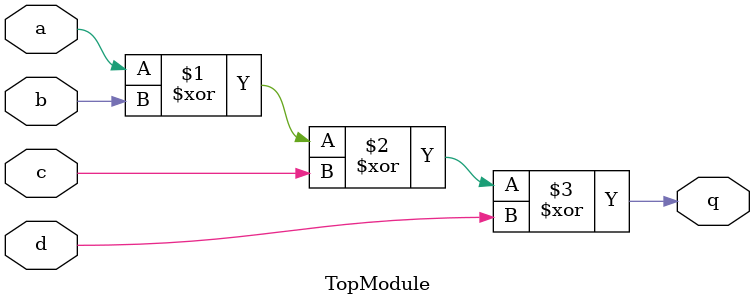
<source format=sv>
module TopModule
(
  input  logic a,
  input  logic b,
  input  logic c,
  input  logic d,
  output logic q
);

  // Combinational logic

  assign q = a ^ b ^ c ^ d;

endmodule
</source>
